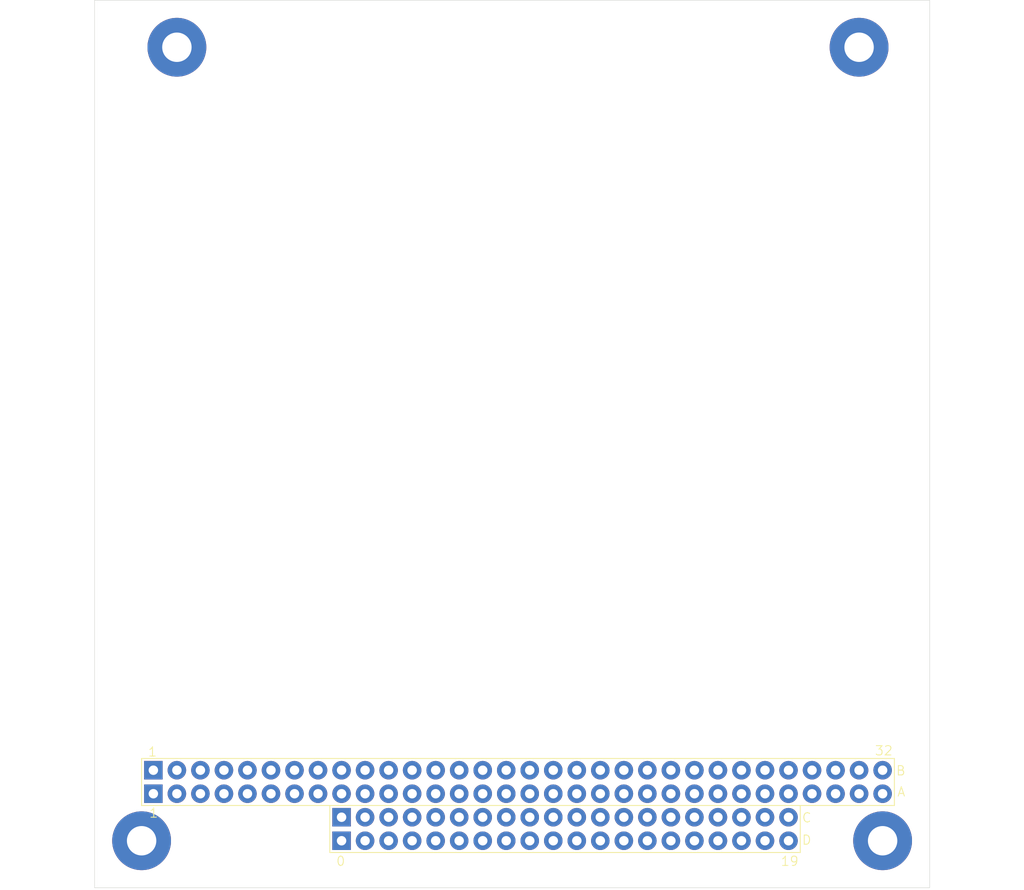
<source format=kicad_pcb>
(kicad_pcb (version 20240108) (generator "pcbnew") (generator_version "8.0")
  (layers (0 "F.Cu" signal) (31 "B.Cu" signal) (34 "B.Paste" user) (35 "F.Paste" user) (36 "B.SilkS" user "B.Silkscreen") (37 "F.SilkS" user "F.Silkscreen") (38 "B.Mask" user) (39 "F.Mask" user) (44 "Edge.Cuts" user))
  (net 0 "")
  (footprint "pcb:PC104" (layer "F.Cu") (at 102.87 142.24)
    (property "Reference" "J1" (hide yes))
    (property "Value" "~" (hide yes))
    (fp_rect (start 0 -95.885) (end 90.17 0) (stroke (width 0.05)) (fill none) (layer "Edge.Cuts"))
    (fp_text user "D" (at 76.327 -4.572 0) (layer "F.SilkS") (effects (font (thickness 0.1)) (justify left bottom)))
    (fp_text user "1" (at 5.715 -14.097 0) (layer "F.SilkS") (effects (font (thickness 0.1)) (justify left bottom)))
    (fp_text user "1" (at 5.842 -7.493 0) (layer "F.SilkS") (effects (font (thickness 0.1)) (justify left bottom)))
    (fp_text user "0" (at 26.035 -2.286 0) (layer "F.SilkS") (effects (font (thickness 0.1)) (justify left bottom)))
    (fp_text user "19" (at 74.041 -2.286 0) (layer "F.SilkS") (effects (font (thickness 0.1)) (justify left bottom)))
    (fp_text user "B" (at 86.487 -12.065 0) (layer "F.SilkS") (effects (font (thickness 0.1)) (justify left bottom)))
    (fp_text user "32" (at 84.201 -14.224 0) (layer "F.SilkS") (effects (font (thickness 0.1)) (justify left bottom)))
    (fp_text user "C" (at 76.327 -6.985 0) (layer "F.SilkS") (effects (font (thickness 0.1)) (justify left bottom)))
    (fp_text user "A" (at 86.614 -9.779 0) (layer "F.SilkS") (effects (font (thickness 0.1)) (justify left bottom)))
    (pad "" thru_hole circle (at 5.08 -5.08) (size 6.35 6.35) (drill 3.175) (layers "*.Cu" "*.Mask" "In1.Cu" "In2.Cu" "In3.Cu" "In4.Cu" "In5.Cu" "In6.Cu" "In7.Cu" "In8.Cu" "In9.Cu" "In10.Cu" "In11.Cu" "In12.Cu" "In13.Cu" "In14.Cu" "In15.Cu" "In16.Cu" "In17.Cu" "In18.Cu" "In19.Cu" "In20.Cu" "In21.Cu" "In22.Cu" "In23.Cu" "In24.Cu" "In25.Cu" "In26.Cu" "In27.Cu" "In28.Cu" "In29.Cu" "In30.Cu"))
    (pad "" thru_hole circle (at 8.89 -90.805) (size 6.35 6.35) (drill 3.175) (layers "*.Cu" "*.Mask" "In1.Cu" "In2.Cu" "In3.Cu" "In4.Cu" "In5.Cu" "In6.Cu" "In7.Cu" "In8.Cu" "In9.Cu" "In10.Cu" "In11.Cu" "In12.Cu" "In13.Cu" "In14.Cu" "In15.Cu" "In16.Cu" "In17.Cu" "In18.Cu" "In19.Cu" "In20.Cu" "In21.Cu" "In22.Cu" "In23.Cu" "In24.Cu" "In25.Cu" "In26.Cu" "In27.Cu" "In28.Cu" "In29.Cu" "In30.Cu"))
    (pad "" thru_hole circle (at 82.55 -90.805) (size 6.35 6.35) (drill 3.175) (layers "*.Cu" "*.Mask" "In1.Cu" "In2.Cu" "In3.Cu" "In4.Cu" "In5.Cu" "In6.Cu" "In7.Cu" "In8.Cu" "In9.Cu" "In10.Cu" "In11.Cu" "In12.Cu" "In13.Cu" "In14.Cu" "In15.Cu" "In16.Cu" "In17.Cu" "In18.Cu" "In19.Cu" "In20.Cu" "In21.Cu" "In22.Cu" "In23.Cu" "In24.Cu" "In25.Cu" "In26.Cu" "In27.Cu" "In28.Cu" "In29.Cu" "In30.Cu"))
    (pad "" thru_hole circle (at 85.09 -5.08) (size 6.35 6.35) (drill 3.175) (layers "*.Cu" "*.Mask" "In1.Cu" "In2.Cu" "In3.Cu" "In4.Cu" "In5.Cu" "In6.Cu" "In7.Cu" "In8.Cu" "In9.Cu" "In10.Cu" "In11.Cu" "In12.Cu" "In13.Cu" "In14.Cu" "In15.Cu" "In16.Cu" "In17.Cu" "In18.Cu" "In19.Cu" "In20.Cu" "In21.Cu" "In22.Cu" "In23.Cu" "In24.Cu" "In25.Cu" "In26.Cu" "In27.Cu" "In28.Cu" "In29.Cu" "In30.Cu"))
    (pad "A1" thru_hole rect (at 6.35 -10.16) (size 2 2) (drill 1.02) (layers "*.Cu" "*.Mask" "In1.Cu" "In2.Cu" "In3.Cu" "In4.Cu" "In5.Cu" "In6.Cu" "In7.Cu" "In8.Cu" "In9.Cu" "In10.Cu" "In11.Cu" "In12.Cu" "In13.Cu" "In14.Cu" "In15.Cu" "In16.Cu" "In17.Cu" "In18.Cu" "In19.Cu" "In20.Cu" "In21.Cu" "In22.Cu" "In23.Cu" "In24.Cu" "In25.Cu" "In26.Cu" "In27.Cu" "In28.Cu" "In29.Cu" "In30.Cu"))
    (pad "A2" thru_hole circle (at 8.89 -10.16) (size 2 2) (drill 1.02) (layers "*.Cu" "*.Mask" "In1.Cu" "In2.Cu" "In3.Cu" "In4.Cu" "In5.Cu" "In6.Cu" "In7.Cu" "In8.Cu" "In9.Cu" "In10.Cu" "In11.Cu" "In12.Cu" "In13.Cu" "In14.Cu" "In15.Cu" "In16.Cu" "In17.Cu" "In18.Cu" "In19.Cu" "In20.Cu" "In21.Cu" "In22.Cu" "In23.Cu" "In24.Cu" "In25.Cu" "In26.Cu" "In27.Cu" "In28.Cu" "In29.Cu" "In30.Cu"))
    (pad "A3" thru_hole circle (at 11.43 -10.16) (size 2 2) (drill 1.02) (layers "*.Cu" "*.Mask" "In1.Cu" "In2.Cu" "In3.Cu" "In4.Cu" "In5.Cu" "In6.Cu" "In7.Cu" "In8.Cu" "In9.Cu" "In10.Cu" "In11.Cu" "In12.Cu" "In13.Cu" "In14.Cu" "In15.Cu" "In16.Cu" "In17.Cu" "In18.Cu" "In19.Cu" "In20.Cu" "In21.Cu" "In22.Cu" "In23.Cu" "In24.Cu" "In25.Cu" "In26.Cu" "In27.Cu" "In28.Cu" "In29.Cu" "In30.Cu"))
    (pad "A4" thru_hole circle (at 13.97 -10.16) (size 2 2) (drill 1.02) (layers "*.Cu" "*.Mask" "In1.Cu" "In2.Cu" "In3.Cu" "In4.Cu" "In5.Cu" "In6.Cu" "In7.Cu" "In8.Cu" "In9.Cu" "In10.Cu" "In11.Cu" "In12.Cu" "In13.Cu" "In14.Cu" "In15.Cu" "In16.Cu" "In17.Cu" "In18.Cu" "In19.Cu" "In20.Cu" "In21.Cu" "In22.Cu" "In23.Cu" "In24.Cu" "In25.Cu" "In26.Cu" "In27.Cu" "In28.Cu" "In29.Cu" "In30.Cu"))
    (pad "A5" thru_hole circle (at 16.51 -10.16) (size 2 2) (drill 1.02) (layers "*.Cu" "*.Mask" "In1.Cu" "In2.Cu" "In3.Cu" "In4.Cu" "In5.Cu" "In6.Cu" "In7.Cu" "In8.Cu" "In9.Cu" "In10.Cu" "In11.Cu" "In12.Cu" "In13.Cu" "In14.Cu" "In15.Cu" "In16.Cu" "In17.Cu" "In18.Cu" "In19.Cu" "In20.Cu" "In21.Cu" "In22.Cu" "In23.Cu" "In24.Cu" "In25.Cu" "In26.Cu" "In27.Cu" "In28.Cu" "In29.Cu" "In30.Cu"))
    (pad "A6" thru_hole circle (at 19.05 -10.16) (size 2 2) (drill 1.02) (layers "*.Cu" "*.Mask" "In1.Cu" "In2.Cu" "In3.Cu" "In4.Cu" "In5.Cu" "In6.Cu" "In7.Cu" "In8.Cu" "In9.Cu" "In10.Cu" "In11.Cu" "In12.Cu" "In13.Cu" "In14.Cu" "In15.Cu" "In16.Cu" "In17.Cu" "In18.Cu" "In19.Cu" "In20.Cu" "In21.Cu" "In22.Cu" "In23.Cu" "In24.Cu" "In25.Cu" "In26.Cu" "In27.Cu" "In28.Cu" "In29.Cu" "In30.Cu"))
    (pad "A7" thru_hole circle (at 21.59 -10.16) (size 2 2) (drill 1.02) (layers "*.Cu" "*.Mask" "In1.Cu" "In2.Cu" "In3.Cu" "In4.Cu" "In5.Cu" "In6.Cu" "In7.Cu" "In8.Cu" "In9.Cu" "In10.Cu" "In11.Cu" "In12.Cu" "In13.Cu" "In14.Cu" "In15.Cu" "In16.Cu" "In17.Cu" "In18.Cu" "In19.Cu" "In20.Cu" "In21.Cu" "In22.Cu" "In23.Cu" "In24.Cu" "In25.Cu" "In26.Cu" "In27.Cu" "In28.Cu" "In29.Cu" "In30.Cu"))
    (pad "A8" thru_hole circle (at 24.13 -10.16) (size 2 2) (drill 1.02) (layers "*.Cu" "*.Mask" "In1.Cu" "In2.Cu" "In3.Cu" "In4.Cu" "In5.Cu" "In6.Cu" "In7.Cu" "In8.Cu" "In9.Cu" "In10.Cu" "In11.Cu" "In12.Cu" "In13.Cu" "In14.Cu" "In15.Cu" "In16.Cu" "In17.Cu" "In18.Cu" "In19.Cu" "In20.Cu" "In21.Cu" "In22.Cu" "In23.Cu" "In24.Cu" "In25.Cu" "In26.Cu" "In27.Cu" "In28.Cu" "In29.Cu" "In30.Cu"))
    (pad "A9" thru_hole circle (at 26.67 -10.16) (size 2 2) (drill 1.02) (layers "*.Cu" "*.Mask" "In1.Cu" "In2.Cu" "In3.Cu" "In4.Cu" "In5.Cu" "In6.Cu" "In7.Cu" "In8.Cu" "In9.Cu" "In10.Cu" "In11.Cu" "In12.Cu" "In13.Cu" "In14.Cu" "In15.Cu" "In16.Cu" "In17.Cu" "In18.Cu" "In19.Cu" "In20.Cu" "In21.Cu" "In22.Cu" "In23.Cu" "In24.Cu" "In25.Cu" "In26.Cu" "In27.Cu" "In28.Cu" "In29.Cu" "In30.Cu"))
    (pad "A10" thru_hole circle (at 29.21 -10.16) (size 2 2) (drill 1.02) (layers "*.Cu" "*.Mask" "In1.Cu" "In2.Cu" "In3.Cu" "In4.Cu" "In5.Cu" "In6.Cu" "In7.Cu" "In8.Cu" "In9.Cu" "In10.Cu" "In11.Cu" "In12.Cu" "In13.Cu" "In14.Cu" "In15.Cu" "In16.Cu" "In17.Cu" "In18.Cu" "In19.Cu" "In20.Cu" "In21.Cu" "In22.Cu" "In23.Cu" "In24.Cu" "In25.Cu" "In26.Cu" "In27.Cu" "In28.Cu" "In29.Cu" "In30.Cu"))
    (pad "A11" thru_hole circle (at 31.75 -10.16) (size 2 2) (drill 1.02) (layers "*.Cu" "*.Mask" "In1.Cu" "In2.Cu" "In3.Cu" "In4.Cu" "In5.Cu" "In6.Cu" "In7.Cu" "In8.Cu" "In9.Cu" "In10.Cu" "In11.Cu" "In12.Cu" "In13.Cu" "In14.Cu" "In15.Cu" "In16.Cu" "In17.Cu" "In18.Cu" "In19.Cu" "In20.Cu" "In21.Cu" "In22.Cu" "In23.Cu" "In24.Cu" "In25.Cu" "In26.Cu" "In27.Cu" "In28.Cu" "In29.Cu" "In30.Cu"))
    (pad "A12" thru_hole circle (at 34.29 -10.16) (size 2 2) (drill 1.02) (layers "*.Cu" "*.Mask" "In1.Cu" "In2.Cu" "In3.Cu" "In4.Cu" "In5.Cu" "In6.Cu" "In7.Cu" "In8.Cu" "In9.Cu" "In10.Cu" "In11.Cu" "In12.Cu" "In13.Cu" "In14.Cu" "In15.Cu" "In16.Cu" "In17.Cu" "In18.Cu" "In19.Cu" "In20.Cu" "In21.Cu" "In22.Cu" "In23.Cu" "In24.Cu" "In25.Cu" "In26.Cu" "In27.Cu" "In28.Cu" "In29.Cu" "In30.Cu"))
    (pad "A13" thru_hole circle (at 36.83 -10.16) (size 2 2) (drill 1.02) (layers "*.Cu" "*.Mask" "In1.Cu" "In2.Cu" "In3.Cu" "In4.Cu" "In5.Cu" "In6.Cu" "In7.Cu" "In8.Cu" "In9.Cu" "In10.Cu" "In11.Cu" "In12.Cu" "In13.Cu" "In14.Cu" "In15.Cu" "In16.Cu" "In17.Cu" "In18.Cu" "In19.Cu" "In20.Cu" "In21.Cu" "In22.Cu" "In23.Cu" "In24.Cu" "In25.Cu" "In26.Cu" "In27.Cu" "In28.Cu" "In29.Cu" "In30.Cu"))
    (pad "A14" thru_hole circle (at 39.37 -10.16) (size 2 2) (drill 1.02) (layers "*.Cu" "*.Mask" "In1.Cu" "In2.Cu" "In3.Cu" "In4.Cu" "In5.Cu" "In6.Cu" "In7.Cu" "In8.Cu" "In9.Cu" "In10.Cu" "In11.Cu" "In12.Cu" "In13.Cu" "In14.Cu" "In15.Cu" "In16.Cu" "In17.Cu" "In18.Cu" "In19.Cu" "In20.Cu" "In21.Cu" "In22.Cu" "In23.Cu" "In24.Cu" "In25.Cu" "In26.Cu" "In27.Cu" "In28.Cu" "In29.Cu" "In30.Cu"))
    (pad "A15" thru_hole circle (at 41.91 -10.16) (size 2 2) (drill 1.02) (layers "*.Cu" "*.Mask" "In1.Cu" "In2.Cu" "In3.Cu" "In4.Cu" "In5.Cu" "In6.Cu" "In7.Cu" "In8.Cu" "In9.Cu" "In10.Cu" "In11.Cu" "In12.Cu" "In13.Cu" "In14.Cu" "In15.Cu" "In16.Cu" "In17.Cu" "In18.Cu" "In19.Cu" "In20.Cu" "In21.Cu" "In22.Cu" "In23.Cu" "In24.Cu" "In25.Cu" "In26.Cu" "In27.Cu" "In28.Cu" "In29.Cu" "In30.Cu"))
    (pad "A16" thru_hole circle (at 44.45 -10.16) (size 2 2) (drill 1.02) (layers "*.Cu" "*.Mask" "In1.Cu" "In2.Cu" "In3.Cu" "In4.Cu" "In5.Cu" "In6.Cu" "In7.Cu" "In8.Cu" "In9.Cu" "In10.Cu" "In11.Cu" "In12.Cu" "In13.Cu" "In14.Cu" "In15.Cu" "In16.Cu" "In17.Cu" "In18.Cu" "In19.Cu" "In20.Cu" "In21.Cu" "In22.Cu" "In23.Cu" "In24.Cu" "In25.Cu" "In26.Cu" "In27.Cu" "In28.Cu" "In29.Cu" "In30.Cu"))
    (pad "A17" thru_hole circle (at 46.99 -10.16) (size 2 2) (drill 1.02) (layers "*.Cu" "*.Mask" "In1.Cu" "In2.Cu" "In3.Cu" "In4.Cu" "In5.Cu" "In6.Cu" "In7.Cu" "In8.Cu" "In9.Cu" "In10.Cu" "In11.Cu" "In12.Cu" "In13.Cu" "In14.Cu" "In15.Cu" "In16.Cu" "In17.Cu" "In18.Cu" "In19.Cu" "In20.Cu" "In21.Cu" "In22.Cu" "In23.Cu" "In24.Cu" "In25.Cu" "In26.Cu" "In27.Cu" "In28.Cu" "In29.Cu" "In30.Cu"))
    (pad "A18" thru_hole circle (at 49.53 -10.16) (size 2 2) (drill 1.02) (layers "*.Cu" "*.Mask" "In1.Cu" "In2.Cu" "In3.Cu" "In4.Cu" "In5.Cu" "In6.Cu" "In7.Cu" "In8.Cu" "In9.Cu" "In10.Cu" "In11.Cu" "In12.Cu" "In13.Cu" "In14.Cu" "In15.Cu" "In16.Cu" "In17.Cu" "In18.Cu" "In19.Cu" "In20.Cu" "In21.Cu" "In22.Cu" "In23.Cu" "In24.Cu" "In25.Cu" "In26.Cu" "In27.Cu" "In28.Cu" "In29.Cu" "In30.Cu"))
    (pad "A19" thru_hole circle (at 52.07 -10.16) (size 2 2) (drill 1.02) (layers "*.Cu" "*.Mask" "In1.Cu" "In2.Cu" "In3.Cu" "In4.Cu" "In5.Cu" "In6.Cu" "In7.Cu" "In8.Cu" "In9.Cu" "In10.Cu" "In11.Cu" "In12.Cu" "In13.Cu" "In14.Cu" "In15.Cu" "In16.Cu" "In17.Cu" "In18.Cu" "In19.Cu" "In20.Cu" "In21.Cu" "In22.Cu" "In23.Cu" "In24.Cu" "In25.Cu" "In26.Cu" "In27.Cu" "In28.Cu" "In29.Cu" "In30.Cu"))
    (pad "A20" thru_hole circle (at 54.61 -10.16) (size 2 2) (drill 1.02) (layers "*.Cu" "*.Mask" "In1.Cu" "In2.Cu" "In3.Cu" "In4.Cu" "In5.Cu" "In6.Cu" "In7.Cu" "In8.Cu" "In9.Cu" "In10.Cu" "In11.Cu" "In12.Cu" "In13.Cu" "In14.Cu" "In15.Cu" "In16.Cu" "In17.Cu" "In18.Cu" "In19.Cu" "In20.Cu" "In21.Cu" "In22.Cu" "In23.Cu" "In24.Cu" "In25.Cu" "In26.Cu" "In27.Cu" "In28.Cu" "In29.Cu" "In30.Cu"))
    (pad "A21" thru_hole circle (at 57.15 -10.16) (size 2 2) (drill 1.02) (layers "*.Cu" "*.Mask" "In1.Cu" "In2.Cu" "In3.Cu" "In4.Cu" "In5.Cu" "In6.Cu" "In7.Cu" "In8.Cu" "In9.Cu" "In10.Cu" "In11.Cu" "In12.Cu" "In13.Cu" "In14.Cu" "In15.Cu" "In16.Cu" "In17.Cu" "In18.Cu" "In19.Cu" "In20.Cu" "In21.Cu" "In22.Cu" "In23.Cu" "In24.Cu" "In25.Cu" "In26.Cu" "In27.Cu" "In28.Cu" "In29.Cu" "In30.Cu"))
    (pad "A22" thru_hole circle (at 59.69 -10.16) (size 2 2) (drill 1.02) (layers "*.Cu" "*.Mask" "In1.Cu" "In2.Cu" "In3.Cu" "In4.Cu" "In5.Cu" "In6.Cu" "In7.Cu" "In8.Cu" "In9.Cu" "In10.Cu" "In11.Cu" "In12.Cu" "In13.Cu" "In14.Cu" "In15.Cu" "In16.Cu" "In17.Cu" "In18.Cu" "In19.Cu" "In20.Cu" "In21.Cu" "In22.Cu" "In23.Cu" "In24.Cu" "In25.Cu" "In26.Cu" "In27.Cu" "In28.Cu" "In29.Cu" "In30.Cu"))
    (pad "A23" thru_hole circle (at 62.23 -10.16) (size 2 2) (drill 1.02) (layers "*.Cu" "*.Mask" "In1.Cu" "In2.Cu" "In3.Cu" "In4.Cu" "In5.Cu" "In6.Cu" "In7.Cu" "In8.Cu" "In9.Cu" "In10.Cu" "In11.Cu" "In12.Cu" "In13.Cu" "In14.Cu" "In15.Cu" "In16.Cu" "In17.Cu" "In18.Cu" "In19.Cu" "In20.Cu" "In21.Cu" "In22.Cu" "In23.Cu" "In24.Cu" "In25.Cu" "In26.Cu" "In27.Cu" "In28.Cu" "In29.Cu" "In30.Cu"))
    (pad "A24" thru_hole circle (at 64.77 -10.16) (size 2 2) (drill 1.02) (layers "*.Cu" "*.Mask" "In1.Cu" "In2.Cu" "In3.Cu" "In4.Cu" "In5.Cu" "In6.Cu" "In7.Cu" "In8.Cu" "In9.Cu" "In10.Cu" "In11.Cu" "In12.Cu" "In13.Cu" "In14.Cu" "In15.Cu" "In16.Cu" "In17.Cu" "In18.Cu" "In19.Cu" "In20.Cu" "In21.Cu" "In22.Cu" "In23.Cu" "In24.Cu" "In25.Cu" "In26.Cu" "In27.Cu" "In28.Cu" "In29.Cu" "In30.Cu"))
    (pad "A25" thru_hole circle (at 67.31 -10.16) (size 2 2) (drill 1.02) (layers "*.Cu" "*.Mask" "In1.Cu" "In2.Cu" "In3.Cu" "In4.Cu" "In5.Cu" "In6.Cu" "In7.Cu" "In8.Cu" "In9.Cu" "In10.Cu" "In11.Cu" "In12.Cu" "In13.Cu" "In14.Cu" "In15.Cu" "In16.Cu" "In17.Cu" "In18.Cu" "In19.Cu" "In20.Cu" "In21.Cu" "In22.Cu" "In23.Cu" "In24.Cu" "In25.Cu" "In26.Cu" "In27.Cu" "In28.Cu" "In29.Cu" "In30.Cu"))
    (pad "A26" thru_hole circle (at 69.85 -10.16) (size 2 2) (drill 1.02) (layers "*.Cu" "*.Mask" "In1.Cu" "In2.Cu" "In3.Cu" "In4.Cu" "In5.Cu" "In6.Cu" "In7.Cu" "In8.Cu" "In9.Cu" "In10.Cu" "In11.Cu" "In12.Cu" "In13.Cu" "In14.Cu" "In15.Cu" "In16.Cu" "In17.Cu" "In18.Cu" "In19.Cu" "In20.Cu" "In21.Cu" "In22.Cu" "In23.Cu" "In24.Cu" "In25.Cu" "In26.Cu" "In27.Cu" "In28.Cu" "In29.Cu" "In30.Cu"))
    (pad "A27" thru_hole circle (at 72.39 -10.16) (size 2 2) (drill 1.02) (layers "*.Cu" "*.Mask" "In1.Cu" "In2.Cu" "In3.Cu" "In4.Cu" "In5.Cu" "In6.Cu" "In7.Cu" "In8.Cu" "In9.Cu" "In10.Cu" "In11.Cu" "In12.Cu" "In13.Cu" "In14.Cu" "In15.Cu" "In16.Cu" "In17.Cu" "In18.Cu" "In19.Cu" "In20.Cu" "In21.Cu" "In22.Cu" "In23.Cu" "In24.Cu" "In25.Cu" "In26.Cu" "In27.Cu" "In28.Cu" "In29.Cu" "In30.Cu"))
    (pad "A28" thru_hole circle (at 74.93 -10.16) (size 2 2) (drill 1.02) (layers "*.Cu" "*.Mask" "In1.Cu" "In2.Cu" "In3.Cu" "In4.Cu" "In5.Cu" "In6.Cu" "In7.Cu" "In8.Cu" "In9.Cu" "In10.Cu" "In11.Cu" "In12.Cu" "In13.Cu" "In14.Cu" "In15.Cu" "In16.Cu" "In17.Cu" "In18.Cu" "In19.Cu" "In20.Cu" "In21.Cu" "In22.Cu" "In23.Cu" "In24.Cu" "In25.Cu" "In26.Cu" "In27.Cu" "In28.Cu" "In29.Cu" "In30.Cu"))
    (pad "A29" thru_hole circle (at 77.47 -10.16) (size 2 2) (drill 1.02) (layers "*.Cu" "*.Mask" "In1.Cu" "In2.Cu" "In3.Cu" "In4.Cu" "In5.Cu" "In6.Cu" "In7.Cu" "In8.Cu" "In9.Cu" "In10.Cu" "In11.Cu" "In12.Cu" "In13.Cu" "In14.Cu" "In15.Cu" "In16.Cu" "In17.Cu" "In18.Cu" "In19.Cu" "In20.Cu" "In21.Cu" "In22.Cu" "In23.Cu" "In24.Cu" "In25.Cu" "In26.Cu" "In27.Cu" "In28.Cu" "In29.Cu" "In30.Cu"))
    (pad "A30" thru_hole circle (at 80.01 -10.16) (size 2 2) (drill 1.02) (layers "*.Cu" "*.Mask" "In1.Cu" "In2.Cu" "In3.Cu" "In4.Cu" "In5.Cu" "In6.Cu" "In7.Cu" "In8.Cu" "In9.Cu" "In10.Cu" "In11.Cu" "In12.Cu" "In13.Cu" "In14.Cu" "In15.Cu" "In16.Cu" "In17.Cu" "In18.Cu" "In19.Cu" "In20.Cu" "In21.Cu" "In22.Cu" "In23.Cu" "In24.Cu" "In25.Cu" "In26.Cu" "In27.Cu" "In28.Cu" "In29.Cu" "In30.Cu"))
    (pad "A31" thru_hole circle (at 82.55 -10.16) (size 2 2) (drill 1.02) (layers "*.Cu" "*.Mask" "In1.Cu" "In2.Cu" "In3.Cu" "In4.Cu" "In5.Cu" "In6.Cu" "In7.Cu" "In8.Cu" "In9.Cu" "In10.Cu" "In11.Cu" "In12.Cu" "In13.Cu" "In14.Cu" "In15.Cu" "In16.Cu" "In17.Cu" "In18.Cu" "In19.Cu" "In20.Cu" "In21.Cu" "In22.Cu" "In23.Cu" "In24.Cu" "In25.Cu" "In26.Cu" "In27.Cu" "In28.Cu" "In29.Cu" "In30.Cu"))
    (pad "A32" thru_hole circle (at 85.09 -10.16) (size 2 2) (drill 1.02) (layers "*.Cu" "*.Mask" "In1.Cu" "In2.Cu" "In3.Cu" "In4.Cu" "In5.Cu" "In6.Cu" "In7.Cu" "In8.Cu" "In9.Cu" "In10.Cu" "In11.Cu" "In12.Cu" "In13.Cu" "In14.Cu" "In15.Cu" "In16.Cu" "In17.Cu" "In18.Cu" "In19.Cu" "In20.Cu" "In21.Cu" "In22.Cu" "In23.Cu" "In24.Cu" "In25.Cu" "In26.Cu" "In27.Cu" "In28.Cu" "In29.Cu" "In30.Cu"))
    (pad "B1" thru_hole rect (at 6.35 -12.7) (size 2 2) (drill 1.02) (layers "*.Cu" "*.Mask" "In1.Cu" "In2.Cu" "In3.Cu" "In4.Cu" "In5.Cu" "In6.Cu" "In7.Cu" "In8.Cu" "In9.Cu" "In10.Cu" "In11.Cu" "In12.Cu" "In13.Cu" "In14.Cu" "In15.Cu" "In16.Cu" "In17.Cu" "In18.Cu" "In19.Cu" "In20.Cu" "In21.Cu" "In22.Cu" "In23.Cu" "In24.Cu" "In25.Cu" "In26.Cu" "In27.Cu" "In28.Cu" "In29.Cu" "In30.Cu"))
    (pad "B2" thru_hole circle (at 8.89 -12.7) (size 2 2) (drill 1.02) (layers "*.Cu" "*.Mask" "In1.Cu" "In2.Cu" "In3.Cu" "In4.Cu" "In5.Cu" "In6.Cu" "In7.Cu" "In8.Cu" "In9.Cu" "In10.Cu" "In11.Cu" "In12.Cu" "In13.Cu" "In14.Cu" "In15.Cu" "In16.Cu" "In17.Cu" "In18.Cu" "In19.Cu" "In20.Cu" "In21.Cu" "In22.Cu" "In23.Cu" "In24.Cu" "In25.Cu" "In26.Cu" "In27.Cu" "In28.Cu" "In29.Cu" "In30.Cu"))
    (pad "B3" thru_hole circle (at 11.43 -12.7) (size 2 2) (drill 1.02) (layers "*.Cu" "*.Mask" "In1.Cu" "In2.Cu" "In3.Cu" "In4.Cu" "In5.Cu" "In6.Cu" "In7.Cu" "In8.Cu" "In9.Cu" "In10.Cu" "In11.Cu" "In12.Cu" "In13.Cu" "In14.Cu" "In15.Cu" "In16.Cu" "In17.Cu" "In18.Cu" "In19.Cu" "In20.Cu" "In21.Cu" "In22.Cu" "In23.Cu" "In24.Cu" "In25.Cu" "In26.Cu" "In27.Cu" "In28.Cu" "In29.Cu" "In30.Cu"))
    (pad "B4" thru_hole circle (at 13.97 -12.7) (size 2 2) (drill 1.02) (layers "*.Cu" "*.Mask" "In1.Cu" "In2.Cu" "In3.Cu" "In4.Cu" "In5.Cu" "In6.Cu" "In7.Cu" "In8.Cu" "In9.Cu" "In10.Cu" "In11.Cu" "In12.Cu" "In13.Cu" "In14.Cu" "In15.Cu" "In16.Cu" "In17.Cu" "In18.Cu" "In19.Cu" "In20.Cu" "In21.Cu" "In22.Cu" "In23.Cu" "In24.Cu" "In25.Cu" "In26.Cu" "In27.Cu" "In28.Cu" "In29.Cu" "In30.Cu"))
    (pad "B5" thru_hole circle (at 16.51 -12.7) (size 2 2) (drill 1.02) (layers "*.Cu" "*.Mask" "In1.Cu" "In2.Cu" "In3.Cu" "In4.Cu" "In5.Cu" "In6.Cu" "In7.Cu" "In8.Cu" "In9.Cu" "In10.Cu" "In11.Cu" "In12.Cu" "In13.Cu" "In14.Cu" "In15.Cu" "In16.Cu" "In17.Cu" "In18.Cu" "In19.Cu" "In20.Cu" "In21.Cu" "In22.Cu" "In23.Cu" "In24.Cu" "In25.Cu" "In26.Cu" "In27.Cu" "In28.Cu" "In29.Cu" "In30.Cu"))
    (pad "B6" thru_hole circle (at 19.05 -12.7) (size 2 2) (drill 1.02) (layers "*.Cu" "*.Mask" "In1.Cu" "In2.Cu" "In3.Cu" "In4.Cu" "In5.Cu" "In6.Cu" "In7.Cu" "In8.Cu" "In9.Cu" "In10.Cu" "In11.Cu" "In12.Cu" "In13.Cu" "In14.Cu" "In15.Cu" "In16.Cu" "In17.Cu" "In18.Cu" "In19.Cu" "In20.Cu" "In21.Cu" "In22.Cu" "In23.Cu" "In24.Cu" "In25.Cu" "In26.Cu" "In27.Cu" "In28.Cu" "In29.Cu" "In30.Cu"))
    (pad "B7" thru_hole circle (at 21.59 -12.7) (size 2 2) (drill 1.02) (layers "*.Cu" "*.Mask" "In1.Cu" "In2.Cu" "In3.Cu" "In4.Cu" "In5.Cu" "In6.Cu" "In7.Cu" "In8.Cu" "In9.Cu" "In10.Cu" "In11.Cu" "In12.Cu" "In13.Cu" "In14.Cu" "In15.Cu" "In16.Cu" "In17.Cu" "In18.Cu" "In19.Cu" "In20.Cu" "In21.Cu" "In22.Cu" "In23.Cu" "In24.Cu" "In25.Cu" "In26.Cu" "In27.Cu" "In28.Cu" "In29.Cu" "In30.Cu"))
    (pad "B8" thru_hole circle (at 24.13 -12.7) (size 2 2) (drill 1.02) (layers "*.Cu" "*.Mask" "In1.Cu" "In2.Cu" "In3.Cu" "In4.Cu" "In5.Cu" "In6.Cu" "In7.Cu" "In8.Cu" "In9.Cu" "In10.Cu" "In11.Cu" "In12.Cu" "In13.Cu" "In14.Cu" "In15.Cu" "In16.Cu" "In17.Cu" "In18.Cu" "In19.Cu" "In20.Cu" "In21.Cu" "In22.Cu" "In23.Cu" "In24.Cu" "In25.Cu" "In26.Cu" "In27.Cu" "In28.Cu" "In29.Cu" "In30.Cu"))
    (pad "B9" thru_hole circle (at 26.67 -12.7) (size 2 2) (drill 1.02) (layers "*.Cu" "*.Mask" "In1.Cu" "In2.Cu" "In3.Cu" "In4.Cu" "In5.Cu" "In6.Cu" "In7.Cu" "In8.Cu" "In9.Cu" "In10.Cu" "In11.Cu" "In12.Cu" "In13.Cu" "In14.Cu" "In15.Cu" "In16.Cu" "In17.Cu" "In18.Cu" "In19.Cu" "In20.Cu" "In21.Cu" "In22.Cu" "In23.Cu" "In24.Cu" "In25.Cu" "In26.Cu" "In27.Cu" "In28.Cu" "In29.Cu" "In30.Cu"))
    (pad "B10" thru_hole circle (at 29.21 -12.7) (size 2 2) (drill 1.02) (layers "*.Cu" "*.Mask" "In1.Cu" "In2.Cu" "In3.Cu" "In4.Cu" "In5.Cu" "In6.Cu" "In7.Cu" "In8.Cu" "In9.Cu" "In10.Cu" "In11.Cu" "In12.Cu" "In13.Cu" "In14.Cu" "In15.Cu" "In16.Cu" "In17.Cu" "In18.Cu" "In19.Cu" "In20.Cu" "In21.Cu" "In22.Cu" "In23.Cu" "In24.Cu" "In25.Cu" "In26.Cu" "In27.Cu" "In28.Cu" "In29.Cu" "In30.Cu"))
    (pad "B11" thru_hole circle (at 31.75 -12.7) (size 2 2) (drill 1.02) (layers "*.Cu" "*.Mask" "In1.Cu" "In2.Cu" "In3.Cu" "In4.Cu" "In5.Cu" "In6.Cu" "In7.Cu" "In8.Cu" "In9.Cu" "In10.Cu" "In11.Cu" "In12.Cu" "In13.Cu" "In14.Cu" "In15.Cu" "In16.Cu" "In17.Cu" "In18.Cu" "In19.Cu" "In20.Cu" "In21.Cu" "In22.Cu" "In23.Cu" "In24.Cu" "In25.Cu" "In26.Cu" "In27.Cu" "In28.Cu" "In29.Cu" "In30.Cu"))
    (pad "B12" thru_hole circle (at 34.29 -12.7) (size 2 2) (drill 1.02) (layers "*.Cu" "*.Mask" "In1.Cu" "In2.Cu" "In3.Cu" "In4.Cu" "In5.Cu" "In6.Cu" "In7.Cu" "In8.Cu" "In9.Cu" "In10.Cu" "In11.Cu" "In12.Cu" "In13.Cu" "In14.Cu" "In15.Cu" "In16.Cu" "In17.Cu" "In18.Cu" "In19.Cu" "In20.Cu" "In21.Cu" "In22.Cu" "In23.Cu" "In24.Cu" "In25.Cu" "In26.Cu" "In27.Cu" "In28.Cu" "In29.Cu" "In30.Cu"))
    (pad "B13" thru_hole circle (at 36.83 -12.7) (size 2 2) (drill 1.02) (layers "*.Cu" "*.Mask" "In1.Cu" "In2.Cu" "In3.Cu" "In4.Cu" "In5.Cu" "In6.Cu" "In7.Cu" "In8.Cu" "In9.Cu" "In10.Cu" "In11.Cu" "In12.Cu" "In13.Cu" "In14.Cu" "In15.Cu" "In16.Cu" "In17.Cu" "In18.Cu" "In19.Cu" "In20.Cu" "In21.Cu" "In22.Cu" "In23.Cu" "In24.Cu" "In25.Cu" "In26.Cu" "In27.Cu" "In28.Cu" "In29.Cu" "In30.Cu"))
    (pad "B14" thru_hole circle (at 39.37 -12.7) (size 2 2) (drill 1.02) (layers "*.Cu" "*.Mask" "In1.Cu" "In2.Cu" "In3.Cu" "In4.Cu" "In5.Cu" "In6.Cu" "In7.Cu" "In8.Cu" "In9.Cu" "In10.Cu" "In11.Cu" "In12.Cu" "In13.Cu" "In14.Cu" "In15.Cu" "In16.Cu" "In17.Cu" "In18.Cu" "In19.Cu" "In20.Cu" "In21.Cu" "In22.Cu" "In23.Cu" "In24.Cu" "In25.Cu" "In26.Cu" "In27.Cu" "In28.Cu" "In29.Cu" "In30.Cu"))
    (pad "B15" thru_hole circle (at 41.91 -12.7) (size 2 2) (drill 1.02) (layers "*.Cu" "*.Mask" "In1.Cu" "In2.Cu" "In3.Cu" "In4.Cu" "In5.Cu" "In6.Cu" "In7.Cu" "In8.Cu" "In9.Cu" "In10.Cu" "In11.Cu" "In12.Cu" "In13.Cu" "In14.Cu" "In15.Cu" "In16.Cu" "In17.Cu" "In18.Cu" "In19.Cu" "In20.Cu" "In21.Cu" "In22.Cu" "In23.Cu" "In24.Cu" "In25.Cu" "In26.Cu" "In27.Cu" "In28.Cu" "In29.Cu" "In30.Cu"))
    (pad "B16" thru_hole circle (at 44.45 -12.7) (size 2 2) (drill 1.02) (layers "*.Cu" "*.Mask" "In1.Cu" "In2.Cu" "In3.Cu" "In4.Cu" "In5.Cu" "In6.Cu" "In7.Cu" "In8.Cu" "In9.Cu" "In10.Cu" "In11.Cu" "In12.Cu" "In13.Cu" "In14.Cu" "In15.Cu" "In16.Cu" "In17.Cu" "In18.Cu" "In19.Cu" "In20.Cu" "In21.Cu" "In22.Cu" "In23.Cu" "In24.Cu" "In25.Cu" "In26.Cu" "In27.Cu" "In28.Cu" "In29.Cu" "In30.Cu"))
    (pad "B17" thru_hole circle (at 46.99 -12.7) (size 2 2) (drill 1.02) (layers "*.Cu" "*.Mask" "In1.Cu" "In2.Cu" "In3.Cu" "In4.Cu" "In5.Cu" "In6.Cu" "In7.Cu" "In8.Cu" "In9.Cu" "In10.Cu" "In11.Cu" "In12.Cu" "In13.Cu" "In14.Cu" "In15.Cu" "In16.Cu" "In17.Cu" "In18.Cu" "In19.Cu" "In20.Cu" "In21.Cu" "In22.Cu" "In23.Cu" "In24.Cu" "In25.Cu" "In26.Cu" "In27.Cu" "In28.Cu" "In29.Cu" "In30.Cu"))
    (pad "B18" thru_hole circle (at 49.53 -12.7) (size 2 2) (drill 1.02) (layers "*.Cu" "*.Mask" "In1.Cu" "In2.Cu" "In3.Cu" "In4.Cu" "In5.Cu" "In6.Cu" "In7.Cu" "In8.Cu" "In9.Cu" "In10.Cu" "In11.Cu" "In12.Cu" "In13.Cu" "In14.Cu" "In15.Cu" "In16.Cu" "In17.Cu" "In18.Cu" "In19.Cu" "In20.Cu" "In21.Cu" "In22.Cu" "In23.Cu" "In24.Cu" "In25.Cu" "In26.Cu" "In27.Cu" "In28.Cu" "In29.Cu" "In30.Cu"))
    (pad "B19" thru_hole circle (at 52.07 -12.7) (size 2 2) (drill 1.02) (layers "*.Cu" "*.Mask" "In1.Cu" "In2.Cu" "In3.Cu" "In4.Cu" "In5.Cu" "In6.Cu" "In7.Cu" "In8.Cu" "In9.Cu" "In10.Cu" "In11.Cu" "In12.Cu" "In13.Cu" "In14.Cu" "In15.Cu" "In16.Cu" "In17.Cu" "In18.Cu" "In19.Cu" "In20.Cu" "In21.Cu" "In22.Cu" "In23.Cu" "In24.Cu" "In25.Cu" "In26.Cu" "In27.Cu" "In28.Cu" "In29.Cu" "In30.Cu"))
    (pad "B20" thru_hole circle (at 54.61 -12.7) (size 2 2) (drill 1.02) (layers "*.Cu" "*.Mask" "In1.Cu" "In2.Cu" "In3.Cu" "In4.Cu" "In5.Cu" "In6.Cu" "In7.Cu" "In8.Cu" "In9.Cu" "In10.Cu" "In11.Cu" "In12.Cu" "In13.Cu" "In14.Cu" "In15.Cu" "In16.Cu" "In17.Cu" "In18.Cu" "In19.Cu" "In20.Cu" "In21.Cu" "In22.Cu" "In23.Cu" "In24.Cu" "In25.Cu" "In26.Cu" "In27.Cu" "In28.Cu" "In29.Cu" "In30.Cu"))
    (pad "B21" thru_hole circle (at 57.15 -12.7) (size 2 2) (drill 1.02) (layers "*.Cu" "*.Mask" "In1.Cu" "In2.Cu" "In3.Cu" "In4.Cu" "In5.Cu" "In6.Cu" "In7.Cu" "In8.Cu" "In9.Cu" "In10.Cu" "In11.Cu" "In12.Cu" "In13.Cu" "In14.Cu" "In15.Cu" "In16.Cu" "In17.Cu" "In18.Cu" "In19.Cu" "In20.Cu" "In21.Cu" "In22.Cu" "In23.Cu" "In24.Cu" "In25.Cu" "In26.Cu" "In27.Cu" "In28.Cu" "In29.Cu" "In30.Cu"))
    (pad "B22" thru_hole circle (at 59.69 -12.7) (size 2 2) (drill 1.02) (layers "*.Cu" "*.Mask" "In1.Cu" "In2.Cu" "In3.Cu" "In4.Cu" "In5.Cu" "In6.Cu" "In7.Cu" "In8.Cu" "In9.Cu" "In10.Cu" "In11.Cu" "In12.Cu" "In13.Cu" "In14.Cu" "In15.Cu" "In16.Cu" "In17.Cu" "In18.Cu" "In19.Cu" "In20.Cu" "In21.Cu" "In22.Cu" "In23.Cu" "In24.Cu" "In25.Cu" "In26.Cu" "In27.Cu" "In28.Cu" "In29.Cu" "In30.Cu"))
    (pad "B23" thru_hole circle (at 62.23 -12.7) (size 2 2) (drill 1.02) (layers "*.Cu" "*.Mask" "In1.Cu" "In2.Cu" "In3.Cu" "In4.Cu" "In5.Cu" "In6.Cu" "In7.Cu" "In8.Cu" "In9.Cu" "In10.Cu" "In11.Cu" "In12.Cu" "In13.Cu" "In14.Cu" "In15.Cu" "In16.Cu" "In17.Cu" "In18.Cu" "In19.Cu" "In20.Cu" "In21.Cu" "In22.Cu" "In23.Cu" "In24.Cu" "In25.Cu" "In26.Cu" "In27.Cu" "In28.Cu" "In29.Cu" "In30.Cu"))
    (pad "B24" thru_hole circle (at 64.77 -12.7) (size 2 2) (drill 1.02) (layers "*.Cu" "*.Mask" "In1.Cu" "In2.Cu" "In3.Cu" "In4.Cu" "In5.Cu" "In6.Cu" "In7.Cu" "In8.Cu" "In9.Cu" "In10.Cu" "In11.Cu" "In12.Cu" "In13.Cu" "In14.Cu" "In15.Cu" "In16.Cu" "In17.Cu" "In18.Cu" "In19.Cu" "In20.Cu" "In21.Cu" "In22.Cu" "In23.Cu" "In24.Cu" "In25.Cu" "In26.Cu" "In27.Cu" "In28.Cu" "In29.Cu" "In30.Cu"))
    (pad "B25" thru_hole circle (at 67.31 -12.7) (size 2 2) (drill 1.02) (layers "*.Cu" "*.Mask" "In1.Cu" "In2.Cu" "In3.Cu" "In4.Cu" "In5.Cu" "In6.Cu" "In7.Cu" "In8.Cu" "In9.Cu" "In10.Cu" "In11.Cu" "In12.Cu" "In13.Cu" "In14.Cu" "In15.Cu" "In16.Cu" "In17.Cu" "In18.Cu" "In19.Cu" "In20.Cu" "In21.Cu" "In22.Cu" "In23.Cu" "In24.Cu" "In25.Cu" "In26.Cu" "In27.Cu" "In28.Cu" "In29.Cu" "In30.Cu"))
    (pad "B26" thru_hole circle (at 69.85 -12.7) (size 2 2) (drill 1.02) (layers "*.Cu" "*.Mask" "In1.Cu" "In2.Cu" "In3.Cu" "In4.Cu" "In5.Cu" "In6.Cu" "In7.Cu" "In8.Cu" "In9.Cu" "In10.Cu" "In11.Cu" "In12.Cu" "In13.Cu" "In14.Cu" "In15.Cu" "In16.Cu" "In17.Cu" "In18.Cu" "In19.Cu" "In20.Cu" "In21.Cu" "In22.Cu" "In23.Cu" "In24.Cu" "In25.Cu" "In26.Cu" "In27.Cu" "In28.Cu" "In29.Cu" "In30.Cu"))
    (pad "B27" thru_hole circle (at 72.39 -12.7) (size 2 2) (drill 1.02) (layers "*.Cu" "*.Mask" "In1.Cu" "In2.Cu" "In3.Cu" "In4.Cu" "In5.Cu" "In6.Cu" "In7.Cu" "In8.Cu" "In9.Cu" "In10.Cu" "In11.Cu" "In12.Cu" "In13.Cu" "In14.Cu" "In15.Cu" "In16.Cu" "In17.Cu" "In18.Cu" "In19.Cu" "In20.Cu" "In21.Cu" "In22.Cu" "In23.Cu" "In24.Cu" "In25.Cu" "In26.Cu" "In27.Cu" "In28.Cu" "In29.Cu" "In30.Cu"))
    (pad "B28" thru_hole circle (at 74.93 -12.7) (size 2 2) (drill 1.02) (layers "*.Cu" "*.Mask" "In1.Cu" "In2.Cu" "In3.Cu" "In4.Cu" "In5.Cu" "In6.Cu" "In7.Cu" "In8.Cu" "In9.Cu" "In10.Cu" "In11.Cu" "In12.Cu" "In13.Cu" "In14.Cu" "In15.Cu" "In16.Cu" "In17.Cu" "In18.Cu" "In19.Cu" "In20.Cu" "In21.Cu" "In22.Cu" "In23.Cu" "In24.Cu" "In25.Cu" "In26.Cu" "In27.Cu" "In28.Cu" "In29.Cu" "In30.Cu"))
    (pad "B29" thru_hole circle (at 77.47 -12.7) (size 2 2) (drill 1.02) (layers "*.Cu" "*.Mask" "In1.Cu" "In2.Cu" "In3.Cu" "In4.Cu" "In5.Cu" "In6.Cu" "In7.Cu" "In8.Cu" "In9.Cu" "In10.Cu" "In11.Cu" "In12.Cu" "In13.Cu" "In14.Cu" "In15.Cu" "In16.Cu" "In17.Cu" "In18.Cu" "In19.Cu" "In20.Cu" "In21.Cu" "In22.Cu" "In23.Cu" "In24.Cu" "In25.Cu" "In26.Cu" "In27.Cu" "In28.Cu" "In29.Cu" "In30.Cu"))
    (pad "B30" thru_hole circle (at 80.01 -12.7) (size 2 2) (drill 1.02) (layers "*.Cu" "*.Mask" "In1.Cu" "In2.Cu" "In3.Cu" "In4.Cu" "In5.Cu" "In6.Cu" "In7.Cu" "In8.Cu" "In9.Cu" "In10.Cu" "In11.Cu" "In12.Cu" "In13.Cu" "In14.Cu" "In15.Cu" "In16.Cu" "In17.Cu" "In18.Cu" "In19.Cu" "In20.Cu" "In21.Cu" "In22.Cu" "In23.Cu" "In24.Cu" "In25.Cu" "In26.Cu" "In27.Cu" "In28.Cu" "In29.Cu" "In30.Cu"))
    (pad "B31" thru_hole circle (at 82.55 -12.7) (size 2 2) (drill 1.02) (layers "*.Cu" "*.Mask" "In1.Cu" "In2.Cu" "In3.Cu" "In4.Cu" "In5.Cu" "In6.Cu" "In7.Cu" "In8.Cu" "In9.Cu" "In10.Cu" "In11.Cu" "In12.Cu" "In13.Cu" "In14.Cu" "In15.Cu" "In16.Cu" "In17.Cu" "In18.Cu" "In19.Cu" "In20.Cu" "In21.Cu" "In22.Cu" "In23.Cu" "In24.Cu" "In25.Cu" "In26.Cu" "In27.Cu" "In28.Cu" "In29.Cu" "In30.Cu"))
    (pad "B32" thru_hole circle (at 85.09 -12.7) (size 2 2) (drill 1.02) (layers "*.Cu" "*.Mask" "In1.Cu" "In2.Cu" "In3.Cu" "In4.Cu" "In5.Cu" "In6.Cu" "In7.Cu" "In8.Cu" "In9.Cu" "In10.Cu" "In11.Cu" "In12.Cu" "In13.Cu" "In14.Cu" "In15.Cu" "In16.Cu" "In17.Cu" "In18.Cu" "In19.Cu" "In20.Cu" "In21.Cu" "In22.Cu" "In23.Cu" "In24.Cu" "In25.Cu" "In26.Cu" "In27.Cu" "In28.Cu" "In29.Cu" "In30.Cu"))
    (pad "C0" thru_hole rect (at 26.67 -7.62) (size 2 2) (drill 1.02) (layers "*.Cu" "*.Mask" "In1.Cu" "In2.Cu" "In3.Cu" "In4.Cu" "In5.Cu" "In6.Cu" "In7.Cu" "In8.Cu" "In9.Cu" "In10.Cu" "In11.Cu" "In12.Cu" "In13.Cu" "In14.Cu" "In15.Cu" "In16.Cu" "In17.Cu" "In18.Cu" "In19.Cu" "In20.Cu" "In21.Cu" "In22.Cu" "In23.Cu" "In24.Cu" "In25.Cu" "In26.Cu" "In27.Cu" "In28.Cu" "In29.Cu" "In30.Cu"))
    (pad "C1" thru_hole circle (at 29.21 -7.62) (size 2 2) (drill 1.02) (layers "*.Cu" "*.Mask" "In1.Cu" "In2.Cu" "In3.Cu" "In4.Cu" "In5.Cu" "In6.Cu" "In7.Cu" "In8.Cu" "In9.Cu" "In10.Cu" "In11.Cu" "In12.Cu" "In13.Cu" "In14.Cu" "In15.Cu" "In16.Cu" "In17.Cu" "In18.Cu" "In19.Cu" "In20.Cu" "In21.Cu" "In22.Cu" "In23.Cu" "In24.Cu" "In25.Cu" "In26.Cu" "In27.Cu" "In28.Cu" "In29.Cu" "In30.Cu"))
    (pad "C2" thru_hole circle (at 31.75 -7.62) (size 2 2) (drill 1.02) (layers "*.Cu" "*.Mask" "In1.Cu" "In2.Cu" "In3.Cu" "In4.Cu" "In5.Cu" "In6.Cu" "In7.Cu" "In8.Cu" "In9.Cu" "In10.Cu" "In11.Cu" "In12.Cu" "In13.Cu" "In14.Cu" "In15.Cu" "In16.Cu" "In17.Cu" "In18.Cu" "In19.Cu" "In20.Cu" "In21.Cu" "In22.Cu" "In23.Cu" "In24.Cu" "In25.Cu" "In26.Cu" "In27.Cu" "In28.Cu" "In29.Cu" "In30.Cu"))
    (pad "C3" thru_hole circle (at 34.29 -7.62) (size 2 2) (drill 1.02) (layers "*.Cu" "*.Mask" "In1.Cu" "In2.Cu" "In3.Cu" "In4.Cu" "In5.Cu" "In6.Cu" "In7.Cu" "In8.Cu" "In9.Cu" "In10.Cu" "In11.Cu" "In12.Cu" "In13.Cu" "In14.Cu" "In15.Cu" "In16.Cu" "In17.Cu" "In18.Cu" "In19.Cu" "In20.Cu" "In21.Cu" "In22.Cu" "In23.Cu" "In24.Cu" "In25.Cu" "In26.Cu" "In27.Cu" "In28.Cu" "In29.Cu" "In30.Cu"))
    (pad "C4" thru_hole circle (at 36.83 -7.62) (size 2 2) (drill 1.02) (layers "*.Cu" "*.Mask" "In1.Cu" "In2.Cu" "In3.Cu" "In4.Cu" "In5.Cu" "In6.Cu" "In7.Cu" "In8.Cu" "In9.Cu" "In10.Cu" "In11.Cu" "In12.Cu" "In13.Cu" "In14.Cu" "In15.Cu" "In16.Cu" "In17.Cu" "In18.Cu" "In19.Cu" "In20.Cu" "In21.Cu" "In22.Cu" "In23.Cu" "In24.Cu" "In25.Cu" "In26.Cu" "In27.Cu" "In28.Cu" "In29.Cu" "In30.Cu"))
    (pad "C5" thru_hole circle (at 39.37 -7.62) (size 2 2) (drill 1.02) (layers "*.Cu" "*.Mask" "In1.Cu" "In2.Cu" "In3.Cu" "In4.Cu" "In5.Cu" "In6.Cu" "In7.Cu" "In8.Cu" "In9.Cu" "In10.Cu" "In11.Cu" "In12.Cu" "In13.Cu" "In14.Cu" "In15.Cu" "In16.Cu" "In17.Cu" "In18.Cu" "In19.Cu" "In20.Cu" "In21.Cu" "In22.Cu" "In23.Cu" "In24.Cu" "In25.Cu" "In26.Cu" "In27.Cu" "In28.Cu" "In29.Cu" "In30.Cu"))
    (pad "C6" thru_hole circle (at 41.91 -7.62) (size 2 2) (drill 1.02) (layers "*.Cu" "*.Mask" "In1.Cu" "In2.Cu" "In3.Cu" "In4.Cu" "In5.Cu" "In6.Cu" "In7.Cu" "In8.Cu" "In9.Cu" "In10.Cu" "In11.Cu" "In12.Cu" "In13.Cu" "In14.Cu" "In15.Cu" "In16.Cu" "In17.Cu" "In18.Cu" "In19.Cu" "In20.Cu" "In21.Cu" "In22.Cu" "In23.Cu" "In24.Cu" "In25.Cu" "In26.Cu" "In27.Cu" "In28.Cu" "In29.Cu" "In30.Cu"))
    (pad "C7" thru_hole circle (at 44.45 -7.62) (size 2 2) (drill 1.02) (layers "*.Cu" "*.Mask" "In1.Cu" "In2.Cu" "In3.Cu" "In4.Cu" "In5.Cu" "In6.Cu" "In7.Cu" "In8.Cu" "In9.Cu" "In10.Cu" "In11.Cu" "In12.Cu" "In13.Cu" "In14.Cu" "In15.Cu" "In16.Cu" "In17.Cu" "In18.Cu" "In19.Cu" "In20.Cu" "In21.Cu" "In22.Cu" "In23.Cu" "In24.Cu" "In25.Cu" "In26.Cu" "In27.Cu" "In28.Cu" "In29.Cu" "In30.Cu"))
    (pad "C8" thru_hole circle (at 46.99 -7.62) (size 2 2) (drill 1.02) (layers "*.Cu" "*.Mask" "In1.Cu" "In2.Cu" "In3.Cu" "In4.Cu" "In5.Cu" "In6.Cu" "In7.Cu" "In8.Cu" "In9.Cu" "In10.Cu" "In11.Cu" "In12.Cu" "In13.Cu" "In14.Cu" "In15.Cu" "In16.Cu" "In17.Cu" "In18.Cu" "In19.Cu" "In20.Cu" "In21.Cu" "In22.Cu" "In23.Cu" "In24.Cu" "In25.Cu" "In26.Cu" "In27.Cu" "In28.Cu" "In29.Cu" "In30.Cu"))
    (pad "C9" thru_hole circle (at 49.53 -7.62) (size 2 2) (drill 1.02) (layers "*.Cu" "*.Mask" "In1.Cu" "In2.Cu" "In3.Cu" "In4.Cu" "In5.Cu" "In6.Cu" "In7.Cu" "In8.Cu" "In9.Cu" "In10.Cu" "In11.Cu" "In12.Cu" "In13.Cu" "In14.Cu" "In15.Cu" "In16.Cu" "In17.Cu" "In18.Cu" "In19.Cu" "In20.Cu" "In21.Cu" "In22.Cu" "In23.Cu" "In24.Cu" "In25.Cu" "In26.Cu" "In27.Cu" "In28.Cu" "In29.Cu" "In30.Cu"))
    (pad "C10" thru_hole circle (at 52.07 -7.62) (size 2 2) (drill 1.02) (layers "*.Cu" "*.Mask" "In1.Cu" "In2.Cu" "In3.Cu" "In4.Cu" "In5.Cu" "In6.Cu" "In7.Cu" "In8.Cu" "In9.Cu" "In10.Cu" "In11.Cu" "In12.Cu" "In13.Cu" "In14.Cu" "In15.Cu" "In16.Cu" "In17.Cu" "In18.Cu" "In19.Cu" "In20.Cu" "In21.Cu" "In22.Cu" "In23.Cu" "In24.Cu" "In25.Cu" "In26.Cu" "In27.Cu" "In28.Cu" "In29.Cu" "In30.Cu"))
    (pad "C11" thru_hole circle (at 54.61 -7.62) (size 2 2) (drill 1.02) (layers "*.Cu" "*.Mask" "In1.Cu" "In2.Cu" "In3.Cu" "In4.Cu" "In5.Cu" "In6.Cu" "In7.Cu" "In8.Cu" "In9.Cu" "In10.Cu" "In11.Cu" "In12.Cu" "In13.Cu" "In14.Cu" "In15.Cu" "In16.Cu" "In17.Cu" "In18.Cu" "In19.Cu" "In20.Cu" "In21.Cu" "In22.Cu" "In23.Cu" "In24.Cu" "In25.Cu" "In26.Cu" "In27.Cu" "In28.Cu" "In29.Cu" "In30.Cu"))
    (pad "C12" thru_hole circle (at 57.15 -7.62) (size 2 2) (drill 1.02) (layers "*.Cu" "*.Mask" "In1.Cu" "In2.Cu" "In3.Cu" "In4.Cu" "In5.Cu" "In6.Cu" "In7.Cu" "In8.Cu" "In9.Cu" "In10.Cu" "In11.Cu" "In12.Cu" "In13.Cu" "In14.Cu" "In15.Cu" "In16.Cu" "In17.Cu" "In18.Cu" "In19.Cu" "In20.Cu" "In21.Cu" "In22.Cu" "In23.Cu" "In24.Cu" "In25.Cu" "In26.Cu" "In27.Cu" "In28.Cu" "In29.Cu" "In30.Cu"))
    (pad "C13" thru_hole circle (at 59.69 -7.62) (size 2 2) (drill 1.02) (layers "*.Cu" "*.Mask" "In1.Cu" "In2.Cu" "In3.Cu" "In4.Cu" "In5.Cu" "In6.Cu" "In7.Cu" "In8.Cu" "In9.Cu" "In10.Cu" "In11.Cu" "In12.Cu" "In13.Cu" "In14.Cu" "In15.Cu" "In16.Cu" "In17.Cu" "In18.Cu" "In19.Cu" "In20.Cu" "In21.Cu" "In22.Cu" "In23.Cu" "In24.Cu" "In25.Cu" "In26.Cu" "In27.Cu" "In28.Cu" "In29.Cu" "In30.Cu"))
    (pad "C14" thru_hole circle (at 62.23 -7.62) (size 2 2) (drill 1.02) (layers "*.Cu" "*.Mask" "In1.Cu" "In2.Cu" "In3.Cu" "In4.Cu" "In5.Cu" "In6.Cu" "In7.Cu" "In8.Cu" "In9.Cu" "In10.Cu" "In11.Cu" "In12.Cu" "In13.Cu" "In14.Cu" "In15.Cu" "In16.Cu" "In17.Cu" "In18.Cu" "In19.Cu" "In20.Cu" "In21.Cu" "In22.Cu" "In23.Cu" "In24.Cu" "In25.Cu" "In26.Cu" "In27.Cu" "In28.Cu" "In29.Cu" "In30.Cu"))
    (pad "C15" thru_hole circle (at 64.77 -7.62) (size 2 2) (drill 1.02) (layers "*.Cu" "*.Mask" "In1.Cu" "In2.Cu" "In3.Cu" "In4.Cu" "In5.Cu" "In6.Cu" "In7.Cu" "In8.Cu" "In9.Cu" "In10.Cu" "In11.Cu" "In12.Cu" "In13.Cu" "In14.Cu" "In15.Cu" "In16.Cu" "In17.Cu" "In18.Cu" "In19.Cu" "In20.Cu" "In21.Cu" "In22.Cu" "In23.Cu" "In24.Cu" "In25.Cu" "In26.Cu" "In27.Cu" "In28.Cu" "In29.Cu" "In30.Cu"))
    (pad "C16" thru_hole circle (at 67.31 -7.62) (size 2 2) (drill 1.02) (layers "*.Cu" "*.Mask" "In1.Cu" "In2.Cu" "In3.Cu" "In4.Cu" "In5.Cu" "In6.Cu" "In7.Cu" "In8.Cu" "In9.Cu" "In10.Cu" "In11.Cu" "In12.Cu" "In13.Cu" "In14.Cu" "In15.Cu" "In16.Cu" "In17.Cu" "In18.Cu" "In19.Cu" "In20.Cu" "In21.Cu" "In22.Cu" "In23.Cu" "In24.Cu" "In25.Cu" "In26.Cu" "In27.Cu" "In28.Cu" "In29.Cu" "In30.Cu"))
    (pad "C17" thru_hole circle (at 69.85 -7.62) (size 2 2) (drill 1.02) (layers "*.Cu" "*.Mask" "In1.Cu" "In2.Cu" "In3.Cu" "In4.Cu" "In5.Cu" "In6.Cu" "In7.Cu" "In8.Cu" "In9.Cu" "In10.Cu" "In11.Cu" "In12.Cu" "In13.Cu" "In14.Cu" "In15.Cu" "In16.Cu" "In17.Cu" "In18.Cu" "In19.Cu" "In20.Cu" "In21.Cu" "In22.Cu" "In23.Cu" "In24.Cu" "In25.Cu" "In26.Cu" "In27.Cu" "In28.Cu" "In29.Cu" "In30.Cu"))
    (pad "C18" thru_hole circle (at 72.39 -7.62) (size 2 2) (drill 1.02) (layers "*.Cu" "*.Mask" "In1.Cu" "In2.Cu" "In3.Cu" "In4.Cu" "In5.Cu" "In6.Cu" "In7.Cu" "In8.Cu" "In9.Cu" "In10.Cu" "In11.Cu" "In12.Cu" "In13.Cu" "In14.Cu" "In15.Cu" "In16.Cu" "In17.Cu" "In18.Cu" "In19.Cu" "In20.Cu" "In21.Cu" "In22.Cu" "In23.Cu" "In24.Cu" "In25.Cu" "In26.Cu" "In27.Cu" "In28.Cu" "In29.Cu" "In30.Cu"))
    (pad "C19" thru_hole circle (at 74.93 -7.62) (size 2 2) (drill 1.02) (layers "*.Cu" "*.Mask" "In1.Cu" "In2.Cu" "In3.Cu" "In4.Cu" "In5.Cu" "In6.Cu" "In7.Cu" "In8.Cu" "In9.Cu" "In10.Cu" "In11.Cu" "In12.Cu" "In13.Cu" "In14.Cu" "In15.Cu" "In16.Cu" "In17.Cu" "In18.Cu" "In19.Cu" "In20.Cu" "In21.Cu" "In22.Cu" "In23.Cu" "In24.Cu" "In25.Cu" "In26.Cu" "In27.Cu" "In28.Cu" "In29.Cu" "In30.Cu"))
    (pad "D0" thru_hole rect (at 26.67 -5.08) (size 2 2) (drill 1.02) (layers "*.Cu" "*.Mask" "In1.Cu" "In2.Cu" "In3.Cu" "In4.Cu" "In5.Cu" "In6.Cu" "In7.Cu" "In8.Cu" "In9.Cu" "In10.Cu" "In11.Cu" "In12.Cu" "In13.Cu" "In14.Cu" "In15.Cu" "In16.Cu" "In17.Cu" "In18.Cu" "In19.Cu" "In20.Cu" "In21.Cu" "In22.Cu" "In23.Cu" "In24.Cu" "In25.Cu" "In26.Cu" "In27.Cu" "In28.Cu" "In29.Cu" "In30.Cu"))
    (pad "D1" thru_hole circle (at 29.21 -5.08) (size 2 2) (drill 1.02) (layers "*.Cu" "*.Mask" "In1.Cu" "In2.Cu" "In3.Cu" "In4.Cu" "In5.Cu" "In6.Cu" "In7.Cu" "In8.Cu" "In9.Cu" "In10.Cu" "In11.Cu" "In12.Cu" "In13.Cu" "In14.Cu" "In15.Cu" "In16.Cu" "In17.Cu" "In18.Cu" "In19.Cu" "In20.Cu" "In21.Cu" "In22.Cu" "In23.Cu" "In24.Cu" "In25.Cu" "In26.Cu" "In27.Cu" "In28.Cu" "In29.Cu" "In30.Cu"))
    (pad "D2" thru_hole circle (at 31.75 -5.08) (size 2 2) (drill 1.02) (layers "*.Cu" "*.Mask" "In1.Cu" "In2.Cu" "In3.Cu" "In4.Cu" "In5.Cu" "In6.Cu" "In7.Cu" "In8.Cu" "In9.Cu" "In10.Cu" "In11.Cu" "In12.Cu" "In13.Cu" "In14.Cu" "In15.Cu" "In16.Cu" "In17.Cu" "In18.Cu" "In19.Cu" "In20.Cu" "In21.Cu" "In22.Cu" "In23.Cu" "In24.Cu" "In25.Cu" "In26.Cu" "In27.Cu" "In28.Cu" "In29.Cu" "In30.Cu"))
    (pad "D3" thru_hole circle (at 34.29 -5.08) (size 2 2) (drill 1.02) (layers "*.Cu" "*.Mask" "In1.Cu" "In2.Cu" "In3.Cu" "In4.Cu" "In5.Cu" "In6.Cu" "In7.Cu" "In8.Cu" "In9.Cu" "In10.Cu" "In11.Cu" "In12.Cu" "In13.Cu" "In14.Cu" "In15.Cu" "In16.Cu" "In17.Cu" "In18.Cu" "In19.Cu" "In20.Cu" "In21.Cu" "In22.Cu" "In23.Cu" "In24.Cu" "In25.Cu" "In26.Cu" "In27.Cu" "In28.Cu" "In29.Cu" "In30.Cu"))
    (pad "D4" thru_hole circle (at 36.83 -5.08) (size 2 2) (drill 1.02) (layers "*.Cu" "*.Mask" "In1.Cu" "In2.Cu" "In3.Cu" "In4.Cu" "In5.Cu" "In6.Cu" "In7.Cu" "In8.Cu" "In9.Cu" "In10.Cu" "In11.Cu" "In12.Cu" "In13.Cu" "In14.Cu" "In15.Cu" "In16.Cu" "In17.Cu" "In18.Cu" "In19.Cu" "In20.Cu" "In21.Cu" "In22.Cu" "In23.Cu" "In24.Cu" "In25.Cu" "In26.Cu" "In27.Cu" "In28.Cu" "In29.Cu" "In30.Cu"))
    (pad "D5" thru_hole circle (at 39.37 -5.08) (size 2 2) (drill 1.02) (layers "*.Cu" "*.Mask" "In1.Cu" "In2.Cu" "In3.Cu" "In4.Cu" "In5.Cu" "In6.Cu" "In7.Cu" "In8.Cu" "In9.Cu" "In10.Cu" "In11.Cu" "In12.Cu" "In13.Cu" "In14.Cu" "In15.Cu" "In16.Cu" "In17.Cu" "In18.Cu" "In19.Cu" "In20.Cu" "In21.Cu" "In22.Cu" "In23.Cu" "In24.Cu" "In25.Cu" "In26.Cu" "In27.Cu" "In28.Cu" "In29.Cu" "In30.Cu"))
    (pad "D6" thru_hole circle (at 41.91 -5.08) (size 2 2) (drill 1.02) (layers "*.Cu" "*.Mask" "In1.Cu" "In2.Cu" "In3.Cu" "In4.Cu" "In5.Cu" "In6.Cu" "In7.Cu" "In8.Cu" "In9.Cu" "In10.Cu" "In11.Cu" "In12.Cu" "In13.Cu" "In14.Cu" "In15.Cu" "In16.Cu" "In17.Cu" "In18.Cu" "In19.Cu" "In20.Cu" "In21.Cu" "In22.Cu" "In23.Cu" "In24.Cu" "In25.Cu" "In26.Cu" "In27.Cu" "In28.Cu" "In29.Cu" "In30.Cu"))
    (pad "D7" thru_hole circle (at 44.45 -5.08) (size 2 2) (drill 1.02) (layers "*.Cu" "*.Mask" "In1.Cu" "In2.Cu" "In3.Cu" "In4.Cu" "In5.Cu" "In6.Cu" "In7.Cu" "In8.Cu" "In9.Cu" "In10.Cu" "In11.Cu" "In12.Cu" "In13.Cu" "In14.Cu" "In15.Cu" "In16.Cu" "In17.Cu" "In18.Cu" "In19.Cu" "In20.Cu" "In21.Cu" "In22.Cu" "In23.Cu" "In24.Cu" "In25.Cu" "In26.Cu" "In27.Cu" "In28.Cu" "In29.Cu" "In30.Cu"))
    (pad "D8" thru_hole circle (at 46.99 -5.08) (size 2 2) (drill 1.02) (layers "*.Cu" "*.Mask" "In1.Cu" "In2.Cu" "In3.Cu" "In4.Cu" "In5.Cu" "In6.Cu" "In7.Cu" "In8.Cu" "In9.Cu" "In10.Cu" "In11.Cu" "In12.Cu" "In13.Cu" "In14.Cu" "In15.Cu" "In16.Cu" "In17.Cu" "In18.Cu" "In19.Cu" "In20.Cu" "In21.Cu" "In22.Cu" "In23.Cu" "In24.Cu" "In25.Cu" "In26.Cu" "In27.Cu" "In28.Cu" "In29.Cu" "In30.Cu"))
    (pad "D9" thru_hole circle (at 49.53 -5.08) (size 2 2) (drill 1.02) (layers "*.Cu" "*.Mask" "In1.Cu" "In2.Cu" "In3.Cu" "In4.Cu" "In5.Cu" "In6.Cu" "In7.Cu" "In8.Cu" "In9.Cu" "In10.Cu" "In11.Cu" "In12.Cu" "In13.Cu" "In14.Cu" "In15.Cu" "In16.Cu" "In17.Cu" "In18.Cu" "In19.Cu" "In20.Cu" "In21.Cu" "In22.Cu" "In23.Cu" "In24.Cu" "In25.Cu" "In26.Cu" "In27.Cu" "In28.Cu" "In29.Cu" "In30.Cu"))
    (pad "D10" thru_hole circle (at 52.07 -5.08) (size 2 2) (drill 1.02) (layers "*.Cu" "*.Mask" "In1.Cu" "In2.Cu" "In3.Cu" "In4.Cu" "In5.Cu" "In6.Cu" "In7.Cu" "In8.Cu" "In9.Cu" "In10.Cu" "In11.Cu" "In12.Cu" "In13.Cu" "In14.Cu" "In15.Cu" "In16.Cu" "In17.Cu" "In18.Cu" "In19.Cu" "In20.Cu" "In21.Cu" "In22.Cu" "In23.Cu" "In24.Cu" "In25.Cu" "In26.Cu" "In27.Cu" "In28.Cu" "In29.Cu" "In30.Cu"))
    (pad "D11" thru_hole circle (at 54.61 -5.08) (size 2 2) (drill 1.02) (layers "*.Cu" "*.Mask" "In1.Cu" "In2.Cu" "In3.Cu" "In4.Cu" "In5.Cu" "In6.Cu" "In7.Cu" "In8.Cu" "In9.Cu" "In10.Cu" "In11.Cu" "In12.Cu" "In13.Cu" "In14.Cu" "In15.Cu" "In16.Cu" "In17.Cu" "In18.Cu" "In19.Cu" "In20.Cu" "In21.Cu" "In22.Cu" "In23.Cu" "In24.Cu" "In25.Cu" "In26.Cu" "In27.Cu" "In28.Cu" "In29.Cu" "In30.Cu"))
    (pad "D12" thru_hole circle (at 57.15 -5.08) (size 2 2) (drill 1.02) (layers "*.Cu" "*.Mask" "In1.Cu" "In2.Cu" "In3.Cu" "In4.Cu" "In5.Cu" "In6.Cu" "In7.Cu" "In8.Cu" "In9.Cu" "In10.Cu" "In11.Cu" "In12.Cu" "In13.Cu" "In14.Cu" "In15.Cu" "In16.Cu" "In17.Cu" "In18.Cu" "In19.Cu" "In20.Cu" "In21.Cu" "In22.Cu" "In23.Cu" "In24.Cu" "In25.Cu" "In26.Cu" "In27.Cu" "In28.Cu" "In29.Cu" "In30.Cu"))
    (pad "D13" thru_hole circle (at 59.69 -5.08) (size 2 2) (drill 1.02) (layers "*.Cu" "*.Mask" "In1.Cu" "In2.Cu" "In3.Cu" "In4.Cu" "In5.Cu" "In6.Cu" "In7.Cu" "In8.Cu" "In9.Cu" "In10.Cu" "In11.Cu" "In12.Cu" "In13.Cu" "In14.Cu" "In15.Cu" "In16.Cu" "In17.Cu" "In18.Cu" "In19.Cu" "In20.Cu" "In21.Cu" "In22.Cu" "In23.Cu" "In24.Cu" "In25.Cu" "In26.Cu" "In27.Cu" "In28.Cu" "In29.Cu" "In30.Cu"))
    (pad "D14" thru_hole circle (at 62.23 -5.08) (size 2 2) (drill 1.02) (layers "*.Cu" "*.Mask" "In1.Cu" "In2.Cu" "In3.Cu" "In4.Cu" "In5.Cu" "In6.Cu" "In7.Cu" "In8.Cu" "In9.Cu" "In10.Cu" "In11.Cu" "In12.Cu" "In13.Cu" "In14.Cu" "In15.Cu" "In16.Cu" "In17.Cu" "In18.Cu" "In19.Cu" "In20.Cu" "In21.Cu" "In22.Cu" "In23.Cu" "In24.Cu" "In25.Cu" "In26.Cu" "In27.Cu" "In28.Cu" "In29.Cu" "In30.Cu"))
    (pad "D15" thru_hole circle (at 64.77 -5.08) (size 2 2) (drill 1.02) (layers "*.Cu" "*.Mask" "In1.Cu" "In2.Cu" "In3.Cu" "In4.Cu" "In5.Cu" "In6.Cu" "In7.Cu" "In8.Cu" "In9.Cu" "In10.Cu" "In11.Cu" "In12.Cu" "In13.Cu" "In14.Cu" "In15.Cu" "In16.Cu" "In17.Cu" "In18.Cu" "In19.Cu" "In20.Cu" "In21.Cu" "In22.Cu" "In23.Cu" "In24.Cu" "In25.Cu" "In26.Cu" "In27.Cu" "In28.Cu" "In29.Cu" "In30.Cu"))
    (pad "D16" thru_hole circle (at 67.31 -5.08) (size 2 2) (drill 1.02) (layers "*.Cu" "*.Mask" "In1.Cu" "In2.Cu" "In3.Cu" "In4.Cu" "In5.Cu" "In6.Cu" "In7.Cu" "In8.Cu" "In9.Cu" "In10.Cu" "In11.Cu" "In12.Cu" "In13.Cu" "In14.Cu" "In15.Cu" "In16.Cu" "In17.Cu" "In18.Cu" "In19.Cu" "In20.Cu" "In21.Cu" "In22.Cu" "In23.Cu" "In24.Cu" "In25.Cu" "In26.Cu" "In27.Cu" "In28.Cu" "In29.Cu" "In30.Cu"))
    (pad "D17" thru_hole circle (at 69.85 -5.08) (size 2 2) (drill 1.02) (layers "*.Cu" "*.Mask" "In1.Cu" "In2.Cu" "In3.Cu" "In4.Cu" "In5.Cu" "In6.Cu" "In7.Cu" "In8.Cu" "In9.Cu" "In10.Cu" "In11.Cu" "In12.Cu" "In13.Cu" "In14.Cu" "In15.Cu" "In16.Cu" "In17.Cu" "In18.Cu" "In19.Cu" "In20.Cu" "In21.Cu" "In22.Cu" "In23.Cu" "In24.Cu" "In25.Cu" "In26.Cu" "In27.Cu" "In28.Cu" "In29.Cu" "In30.Cu"))
    (pad "D18" thru_hole circle (at 72.39 -5.08) (size 2 2) (drill 1.02) (layers "*.Cu" "*.Mask" "In1.Cu" "In2.Cu" "In3.Cu" "In4.Cu" "In5.Cu" "In6.Cu" "In7.Cu" "In8.Cu" "In9.Cu" "In10.Cu" "In11.Cu" "In12.Cu" "In13.Cu" "In14.Cu" "In15.Cu" "In16.Cu" "In17.Cu" "In18.Cu" "In19.Cu" "In20.Cu" "In21.Cu" "In22.Cu" "In23.Cu" "In24.Cu" "In25.Cu" "In26.Cu" "In27.Cu" "In28.Cu" "In29.Cu" "In30.Cu"))
    (pad "D19" thru_hole circle (at 74.93 -5.08) (size 2 2) (drill 1.02) (layers "*.Cu" "*.Mask" "In1.Cu" "In2.Cu" "In3.Cu" "In4.Cu" "In5.Cu" "In6.Cu" "In7.Cu" "In8.Cu" "In9.Cu" "In10.Cu" "In11.Cu" "In12.Cu" "In13.Cu" "In14.Cu" "In15.Cu" "In16.Cu" "In17.Cu" "In18.Cu" "In19.Cu" "In20.Cu" "In21.Cu" "In22.Cu" "In23.Cu" "In24.Cu" "In25.Cu" "In26.Cu" "In27.Cu" "In28.Cu" "In29.Cu" "In30.Cu"))
  )
)
</source>
